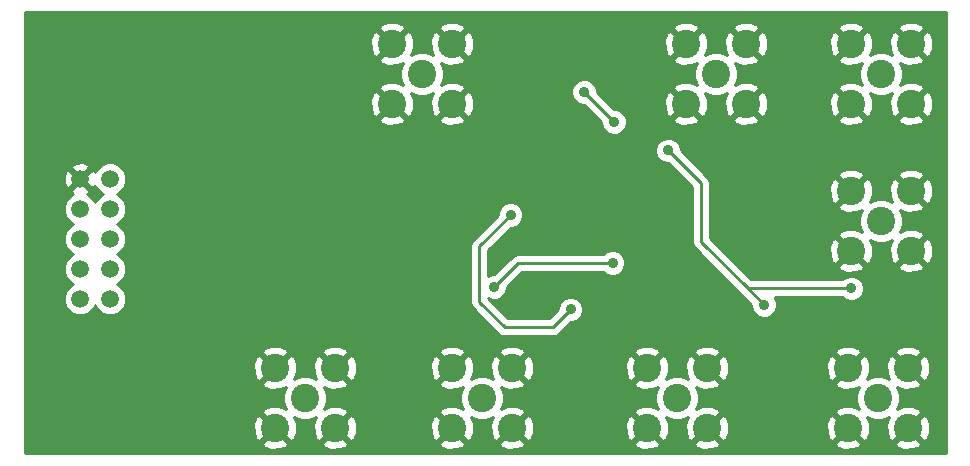
<source format=gbl>
G04 (created by PCBNEW (2013-may-18)-stable) date 2014年01月29日 星期三 11时55分50秒*
%MOIN*%
G04 Gerber Fmt 3.4, Leading zero omitted, Abs format*
%FSLAX34Y34*%
G01*
G70*
G90*
G04 APERTURE LIST*
%ADD10C,0.00590551*%
%ADD11C,0.0593*%
%ADD12C,0.0944882*%
%ADD13C,0.035*%
%ADD14C,0.01*%
G04 APERTURE END LIST*
G54D10*
G54D11*
X45350Y-43250D03*
X44350Y-43250D03*
X45350Y-42250D03*
X44350Y-42250D03*
X45350Y-41250D03*
X44350Y-41250D03*
X45350Y-40250D03*
X44350Y-40250D03*
X45350Y-39250D03*
X44350Y-39250D03*
G54D12*
X70950Y-46550D03*
X69950Y-47550D03*
X69950Y-45550D03*
X71950Y-45550D03*
X71950Y-47550D03*
X71050Y-40650D03*
X70050Y-41650D03*
X70050Y-39650D03*
X72050Y-39650D03*
X72050Y-41650D03*
X64250Y-46550D03*
X63250Y-47550D03*
X63250Y-45550D03*
X65250Y-45550D03*
X65250Y-47550D03*
X71050Y-35750D03*
X70050Y-36750D03*
X70050Y-34750D03*
X72050Y-34750D03*
X72050Y-36750D03*
X65550Y-35750D03*
X64550Y-36750D03*
X64550Y-34750D03*
X66550Y-34750D03*
X66550Y-36750D03*
X55750Y-35750D03*
X54750Y-36750D03*
X54750Y-34750D03*
X56750Y-34750D03*
X56750Y-36750D03*
X51850Y-46550D03*
X50850Y-47550D03*
X50850Y-45550D03*
X52850Y-45550D03*
X52850Y-47550D03*
X57750Y-46550D03*
X56750Y-47550D03*
X56750Y-45550D03*
X58750Y-45550D03*
X58750Y-47550D03*
G54D13*
X62100Y-42050D03*
X58150Y-42850D03*
X62150Y-37350D03*
X61150Y-36350D03*
X70050Y-42900D03*
X67150Y-43450D03*
X63950Y-38300D03*
X58700Y-40450D03*
X60700Y-43600D03*
X62204Y-45275D03*
X61417Y-46062D03*
X60629Y-34645D03*
X59448Y-35826D03*
X55050Y-43600D03*
X56025Y-42625D03*
X66275Y-44375D03*
G54D14*
X58950Y-42050D02*
X62100Y-42050D01*
X58150Y-42850D02*
X58950Y-42050D01*
X61150Y-36350D02*
X62150Y-37350D01*
X66600Y-42900D02*
X70050Y-42900D01*
X66600Y-42900D02*
X67150Y-43450D01*
X65050Y-41350D02*
X66600Y-42900D01*
X65050Y-39400D02*
X65050Y-41350D01*
X63950Y-38300D02*
X65050Y-39400D01*
X57650Y-41500D02*
X58700Y-40450D01*
X57650Y-43350D02*
X57650Y-41500D01*
X58500Y-44200D02*
X57650Y-43350D01*
X60100Y-44200D02*
X58500Y-44200D01*
X60700Y-43600D02*
X60100Y-44200D01*
X61417Y-46062D02*
X62204Y-45275D01*
X59448Y-35826D02*
X60629Y-34645D01*
X56025Y-42625D02*
X55050Y-43600D01*
G54D10*
G36*
X73200Y-33700D02*
X73200Y-34023D01*
X72172Y-34023D01*
X70172Y-34023D01*
X66672Y-34023D01*
X64672Y-34023D01*
X56872Y-34023D01*
X54872Y-34023D01*
X54585Y-34031D01*
X54358Y-34126D01*
X54310Y-34239D01*
X54380Y-34310D01*
X54239Y-34310D01*
X54126Y-34358D01*
X54023Y-34627D01*
X54031Y-34914D01*
X54126Y-35141D01*
X54239Y-35189D01*
X54679Y-34750D01*
X54239Y-34310D01*
X54380Y-34310D01*
X54750Y-34679D01*
X55189Y-34239D01*
X55141Y-34126D01*
X54872Y-34023D01*
X56872Y-34023D01*
X56585Y-34031D01*
X56358Y-34126D01*
X56310Y-34239D01*
X56380Y-34310D01*
X56239Y-34310D01*
X56126Y-34358D01*
X56023Y-34627D01*
X56031Y-34914D01*
X56117Y-35120D01*
X55894Y-35027D01*
X55606Y-35027D01*
X55381Y-35120D01*
X55476Y-34872D01*
X55468Y-34585D01*
X55373Y-34358D01*
X55260Y-34310D01*
X54820Y-34750D01*
X54826Y-34755D01*
X54755Y-34826D01*
X54750Y-34820D01*
X54310Y-35260D01*
X54358Y-35373D01*
X54627Y-35476D01*
X54914Y-35468D01*
X55120Y-35382D01*
X55027Y-35605D01*
X55027Y-35893D01*
X55120Y-36118D01*
X54872Y-36023D01*
X54585Y-36031D01*
X54358Y-36126D01*
X54310Y-36239D01*
X54380Y-36310D01*
X54239Y-36310D01*
X54126Y-36358D01*
X54023Y-36627D01*
X54031Y-36914D01*
X54126Y-37141D01*
X54239Y-37189D01*
X54679Y-36750D01*
X54239Y-36310D01*
X54380Y-36310D01*
X54750Y-36679D01*
X54755Y-36673D01*
X54826Y-36744D01*
X54820Y-36750D01*
X54891Y-36820D01*
X54750Y-36820D01*
X54310Y-37260D01*
X54358Y-37373D01*
X54627Y-37476D01*
X54914Y-37468D01*
X55141Y-37373D01*
X55189Y-37260D01*
X54750Y-36820D01*
X54891Y-36820D01*
X55260Y-37189D01*
X55373Y-37141D01*
X55476Y-36872D01*
X55468Y-36585D01*
X55382Y-36379D01*
X55605Y-36472D01*
X55893Y-36472D01*
X56118Y-36379D01*
X56023Y-36627D01*
X56031Y-36914D01*
X56126Y-37141D01*
X56239Y-37189D01*
X56679Y-36750D01*
X56673Y-36744D01*
X56744Y-36673D01*
X56750Y-36679D01*
X57189Y-36239D01*
X57141Y-36126D01*
X56872Y-36023D01*
X56585Y-36031D01*
X56379Y-36117D01*
X56472Y-35894D01*
X56472Y-35606D01*
X56379Y-35381D01*
X56627Y-35476D01*
X56914Y-35468D01*
X57141Y-35373D01*
X57189Y-35260D01*
X56750Y-34820D01*
X56744Y-34826D01*
X56673Y-34755D01*
X56679Y-34750D01*
X56239Y-34310D01*
X56380Y-34310D01*
X56750Y-34679D01*
X57189Y-34239D01*
X57141Y-34126D01*
X56872Y-34023D01*
X64672Y-34023D01*
X64385Y-34031D01*
X64158Y-34126D01*
X64110Y-34239D01*
X64180Y-34310D01*
X64039Y-34310D01*
X57260Y-34310D01*
X56820Y-34750D01*
X57260Y-35189D01*
X57373Y-35141D01*
X57476Y-34872D01*
X57468Y-34585D01*
X57373Y-34358D01*
X57260Y-34310D01*
X64039Y-34310D01*
X63926Y-34358D01*
X63823Y-34627D01*
X63831Y-34914D01*
X63926Y-35141D01*
X64039Y-35189D01*
X64479Y-34750D01*
X64039Y-34310D01*
X64180Y-34310D01*
X64550Y-34679D01*
X64989Y-34239D01*
X64941Y-34126D01*
X64672Y-34023D01*
X66672Y-34023D01*
X66385Y-34031D01*
X66158Y-34126D01*
X66110Y-34239D01*
X66180Y-34310D01*
X66039Y-34310D01*
X65926Y-34358D01*
X65823Y-34627D01*
X65831Y-34914D01*
X65917Y-35120D01*
X65694Y-35027D01*
X65406Y-35027D01*
X65181Y-35120D01*
X65276Y-34872D01*
X65268Y-34585D01*
X65173Y-34358D01*
X65060Y-34310D01*
X64620Y-34750D01*
X64626Y-34755D01*
X64555Y-34826D01*
X64550Y-34820D01*
X64110Y-35260D01*
X64158Y-35373D01*
X64427Y-35476D01*
X64714Y-35468D01*
X64920Y-35382D01*
X64827Y-35605D01*
X64827Y-35893D01*
X64840Y-35924D01*
X61065Y-35924D01*
X60909Y-35989D01*
X60789Y-36108D01*
X60725Y-36265D01*
X60725Y-36310D01*
X57260Y-36310D01*
X56820Y-36750D01*
X56891Y-36820D01*
X56750Y-36820D01*
X56310Y-37260D01*
X56358Y-37373D01*
X56627Y-37476D01*
X56914Y-37468D01*
X57141Y-37373D01*
X57189Y-37260D01*
X56750Y-36820D01*
X56891Y-36820D01*
X57260Y-37189D01*
X57373Y-37141D01*
X57476Y-36872D01*
X57468Y-36585D01*
X57373Y-36358D01*
X57260Y-36310D01*
X60725Y-36310D01*
X60724Y-36434D01*
X60789Y-36590D01*
X60908Y-36710D01*
X61065Y-36774D01*
X61150Y-36775D01*
X61725Y-37349D01*
X61724Y-37434D01*
X61789Y-37590D01*
X61908Y-37710D01*
X62065Y-37774D01*
X62234Y-37775D01*
X62390Y-37710D01*
X62510Y-37591D01*
X62574Y-37434D01*
X62575Y-37265D01*
X62510Y-37109D01*
X62391Y-36989D01*
X62234Y-36925D01*
X62149Y-36924D01*
X61574Y-36350D01*
X61575Y-36265D01*
X61510Y-36109D01*
X61391Y-35989D01*
X61234Y-35925D01*
X61065Y-35924D01*
X64840Y-35924D01*
X64920Y-36118D01*
X64672Y-36023D01*
X64385Y-36031D01*
X64158Y-36126D01*
X64110Y-36239D01*
X64180Y-36310D01*
X64039Y-36310D01*
X63926Y-36358D01*
X63823Y-36627D01*
X63831Y-36914D01*
X63926Y-37141D01*
X64039Y-37189D01*
X64479Y-36750D01*
X64039Y-36310D01*
X64180Y-36310D01*
X64550Y-36679D01*
X64555Y-36673D01*
X64626Y-36744D01*
X64620Y-36750D01*
X64691Y-36820D01*
X64550Y-36820D01*
X64110Y-37260D01*
X64158Y-37373D01*
X64427Y-37476D01*
X64714Y-37468D01*
X64941Y-37373D01*
X64989Y-37260D01*
X64550Y-36820D01*
X64691Y-36820D01*
X65060Y-37189D01*
X65173Y-37141D01*
X65276Y-36872D01*
X65268Y-36585D01*
X65182Y-36379D01*
X65405Y-36472D01*
X65693Y-36472D01*
X65918Y-36379D01*
X65823Y-36627D01*
X65831Y-36914D01*
X65926Y-37141D01*
X66039Y-37189D01*
X66479Y-36750D01*
X66473Y-36744D01*
X66544Y-36673D01*
X66550Y-36679D01*
X66989Y-36239D01*
X66941Y-36126D01*
X66672Y-36023D01*
X66385Y-36031D01*
X66179Y-36117D01*
X66272Y-35894D01*
X66272Y-35606D01*
X66179Y-35381D01*
X66427Y-35476D01*
X66714Y-35468D01*
X66941Y-35373D01*
X66989Y-35260D01*
X66550Y-34820D01*
X66544Y-34826D01*
X66473Y-34755D01*
X66479Y-34750D01*
X66039Y-34310D01*
X66180Y-34310D01*
X66550Y-34679D01*
X66989Y-34239D01*
X66941Y-34126D01*
X66672Y-34023D01*
X70172Y-34023D01*
X69885Y-34031D01*
X69658Y-34126D01*
X69610Y-34239D01*
X69680Y-34310D01*
X69539Y-34310D01*
X67060Y-34310D01*
X66620Y-34750D01*
X67060Y-35189D01*
X67173Y-35141D01*
X67276Y-34872D01*
X67268Y-34585D01*
X67173Y-34358D01*
X67060Y-34310D01*
X69539Y-34310D01*
X69426Y-34358D01*
X69323Y-34627D01*
X69331Y-34914D01*
X69426Y-35141D01*
X69539Y-35189D01*
X69979Y-34750D01*
X69539Y-34310D01*
X69680Y-34310D01*
X70050Y-34679D01*
X70489Y-34239D01*
X70441Y-34126D01*
X70172Y-34023D01*
X72172Y-34023D01*
X71885Y-34031D01*
X71658Y-34126D01*
X71610Y-34239D01*
X71680Y-34310D01*
X71539Y-34310D01*
X71426Y-34358D01*
X71323Y-34627D01*
X71331Y-34914D01*
X71417Y-35120D01*
X71194Y-35027D01*
X70906Y-35027D01*
X70681Y-35120D01*
X70776Y-34872D01*
X70768Y-34585D01*
X70673Y-34358D01*
X70560Y-34310D01*
X70120Y-34750D01*
X70126Y-34755D01*
X70055Y-34826D01*
X70050Y-34820D01*
X69610Y-35260D01*
X69658Y-35373D01*
X69927Y-35476D01*
X70214Y-35468D01*
X70420Y-35382D01*
X70327Y-35605D01*
X70327Y-35893D01*
X70420Y-36118D01*
X70172Y-36023D01*
X69885Y-36031D01*
X69658Y-36126D01*
X69610Y-36239D01*
X69680Y-36310D01*
X69539Y-36310D01*
X67060Y-36310D01*
X66620Y-36750D01*
X66691Y-36820D01*
X66550Y-36820D01*
X66110Y-37260D01*
X66158Y-37373D01*
X66427Y-37476D01*
X66714Y-37468D01*
X66941Y-37373D01*
X66989Y-37260D01*
X66550Y-36820D01*
X66691Y-36820D01*
X67060Y-37189D01*
X67173Y-37141D01*
X67276Y-36872D01*
X67268Y-36585D01*
X67173Y-36358D01*
X67060Y-36310D01*
X69539Y-36310D01*
X69426Y-36358D01*
X69323Y-36627D01*
X69331Y-36914D01*
X69426Y-37141D01*
X69539Y-37189D01*
X69979Y-36750D01*
X69539Y-36310D01*
X69680Y-36310D01*
X70050Y-36679D01*
X70055Y-36673D01*
X70126Y-36744D01*
X70120Y-36750D01*
X70191Y-36820D01*
X70050Y-36820D01*
X69610Y-37260D01*
X69658Y-37373D01*
X69927Y-37476D01*
X70214Y-37468D01*
X70441Y-37373D01*
X70489Y-37260D01*
X70050Y-36820D01*
X70191Y-36820D01*
X70560Y-37189D01*
X70673Y-37141D01*
X70776Y-36872D01*
X70768Y-36585D01*
X70682Y-36379D01*
X70905Y-36472D01*
X71193Y-36472D01*
X71418Y-36379D01*
X71323Y-36627D01*
X71331Y-36914D01*
X71426Y-37141D01*
X71539Y-37189D01*
X71979Y-36750D01*
X71973Y-36744D01*
X72044Y-36673D01*
X72050Y-36679D01*
X72489Y-36239D01*
X72441Y-36126D01*
X72172Y-36023D01*
X71885Y-36031D01*
X71679Y-36117D01*
X71772Y-35894D01*
X71772Y-35606D01*
X71679Y-35381D01*
X71927Y-35476D01*
X72214Y-35468D01*
X72441Y-35373D01*
X72489Y-35260D01*
X72050Y-34820D01*
X72044Y-34826D01*
X71973Y-34755D01*
X71979Y-34750D01*
X71539Y-34310D01*
X71680Y-34310D01*
X72050Y-34679D01*
X72489Y-34239D01*
X72441Y-34126D01*
X72172Y-34023D01*
X73200Y-34023D01*
X73200Y-34310D01*
X72560Y-34310D01*
X72120Y-34750D01*
X72560Y-35189D01*
X72673Y-35141D01*
X72776Y-34872D01*
X72768Y-34585D01*
X72673Y-34358D01*
X72560Y-34310D01*
X73200Y-34310D01*
X73200Y-36310D01*
X72560Y-36310D01*
X72120Y-36750D01*
X72191Y-36820D01*
X72050Y-36820D01*
X71610Y-37260D01*
X71658Y-37373D01*
X71927Y-37476D01*
X72214Y-37468D01*
X72441Y-37373D01*
X72489Y-37260D01*
X72050Y-36820D01*
X72191Y-36820D01*
X72560Y-37189D01*
X72673Y-37141D01*
X72776Y-36872D01*
X72768Y-36585D01*
X72673Y-36358D01*
X72560Y-36310D01*
X73200Y-36310D01*
X73200Y-37874D01*
X63865Y-37874D01*
X63709Y-37939D01*
X63589Y-38058D01*
X63525Y-38215D01*
X63524Y-38384D01*
X63589Y-38540D01*
X63708Y-38660D01*
X63801Y-38698D01*
X44430Y-38698D01*
X44213Y-38709D01*
X44064Y-38771D01*
X44037Y-38866D01*
X44108Y-38937D01*
X43966Y-38937D01*
X43871Y-38964D01*
X43798Y-39169D01*
X43809Y-39386D01*
X43871Y-39535D01*
X43966Y-39562D01*
X44279Y-39250D01*
X43966Y-38937D01*
X44108Y-38937D01*
X44350Y-39179D01*
X44662Y-38866D01*
X44635Y-38771D01*
X44430Y-38698D01*
X63801Y-38698D01*
X63813Y-38703D01*
X45241Y-38703D01*
X45040Y-38786D01*
X44886Y-38940D01*
X44852Y-39022D01*
X44828Y-38964D01*
X44733Y-38937D01*
X44420Y-39250D01*
X44733Y-39562D01*
X44828Y-39535D01*
X44850Y-39472D01*
X44886Y-39559D01*
X45040Y-39713D01*
X45129Y-39749D01*
X45040Y-39786D01*
X44886Y-39940D01*
X44850Y-40029D01*
X44813Y-39940D01*
X44659Y-39786D01*
X44577Y-39752D01*
X44635Y-39728D01*
X44662Y-39633D01*
X44350Y-39320D01*
X44037Y-39633D01*
X44064Y-39728D01*
X44127Y-39750D01*
X44040Y-39786D01*
X43886Y-39940D01*
X43803Y-40140D01*
X43803Y-40358D01*
X43886Y-40559D01*
X44040Y-40713D01*
X44129Y-40749D01*
X44040Y-40786D01*
X43886Y-40940D01*
X43803Y-41140D01*
X43803Y-41358D01*
X43886Y-41559D01*
X44040Y-41713D01*
X44129Y-41749D01*
X44040Y-41786D01*
X43886Y-41940D01*
X43803Y-42140D01*
X43803Y-42358D01*
X43886Y-42559D01*
X44040Y-42713D01*
X44129Y-42749D01*
X44040Y-42786D01*
X43886Y-42940D01*
X43803Y-43140D01*
X43803Y-43358D01*
X43886Y-43559D01*
X44040Y-43713D01*
X44240Y-43796D01*
X44458Y-43796D01*
X44659Y-43713D01*
X44813Y-43559D01*
X44849Y-43470D01*
X44886Y-43559D01*
X45040Y-43713D01*
X45240Y-43796D01*
X45458Y-43796D01*
X45659Y-43713D01*
X45813Y-43559D01*
X45896Y-43359D01*
X45896Y-43141D01*
X45813Y-42940D01*
X45659Y-42786D01*
X45570Y-42750D01*
X45659Y-42713D01*
X45813Y-42559D01*
X45896Y-42359D01*
X45896Y-42141D01*
X45813Y-41940D01*
X45659Y-41786D01*
X45570Y-41750D01*
X45659Y-41713D01*
X45813Y-41559D01*
X45896Y-41359D01*
X45896Y-41141D01*
X45813Y-40940D01*
X45659Y-40786D01*
X45570Y-40750D01*
X45659Y-40713D01*
X45813Y-40559D01*
X45896Y-40359D01*
X45896Y-40141D01*
X45813Y-39940D01*
X45659Y-39786D01*
X45570Y-39750D01*
X45659Y-39713D01*
X45813Y-39559D01*
X45896Y-39359D01*
X45896Y-39141D01*
X45813Y-38940D01*
X45659Y-38786D01*
X45459Y-38703D01*
X45241Y-38703D01*
X63813Y-38703D01*
X63865Y-38724D01*
X63950Y-38725D01*
X64750Y-39524D01*
X64750Y-40024D01*
X58615Y-40024D01*
X58459Y-40089D01*
X58339Y-40208D01*
X58275Y-40365D01*
X58274Y-40450D01*
X57437Y-41287D01*
X57372Y-41385D01*
X57350Y-41500D01*
X57350Y-43350D01*
X57372Y-43464D01*
X57437Y-43562D01*
X58287Y-44412D01*
X58385Y-44477D01*
X58500Y-44500D01*
X60100Y-44500D01*
X60214Y-44477D01*
X60312Y-44412D01*
X60699Y-44025D01*
X60784Y-44025D01*
X60940Y-43960D01*
X61060Y-43841D01*
X61124Y-43684D01*
X61125Y-43515D01*
X61060Y-43359D01*
X60941Y-43239D01*
X60784Y-43175D01*
X60615Y-43174D01*
X60459Y-43239D01*
X60339Y-43358D01*
X60275Y-43515D01*
X60274Y-43600D01*
X59975Y-43900D01*
X58624Y-43900D01*
X57952Y-43228D01*
X58065Y-43274D01*
X58234Y-43275D01*
X58390Y-43210D01*
X58510Y-43091D01*
X58574Y-42934D01*
X58575Y-42849D01*
X59074Y-42350D01*
X61798Y-42350D01*
X61858Y-42410D01*
X62015Y-42474D01*
X62184Y-42475D01*
X62340Y-42410D01*
X62460Y-42291D01*
X62524Y-42134D01*
X62525Y-41965D01*
X62460Y-41809D01*
X62341Y-41689D01*
X62184Y-41625D01*
X62015Y-41624D01*
X61859Y-41689D01*
X61798Y-41750D01*
X58950Y-41750D01*
X58949Y-41750D01*
X58835Y-41772D01*
X58737Y-41837D01*
X58737Y-41837D01*
X58150Y-42425D01*
X58065Y-42424D01*
X57950Y-42472D01*
X57950Y-41624D01*
X58699Y-40875D01*
X58784Y-40875D01*
X58940Y-40810D01*
X59060Y-40691D01*
X59124Y-40534D01*
X59125Y-40365D01*
X59060Y-40209D01*
X58941Y-40089D01*
X58784Y-40025D01*
X58615Y-40024D01*
X64750Y-40024D01*
X64750Y-41350D01*
X64772Y-41464D01*
X64837Y-41562D01*
X66387Y-43112D01*
X66387Y-43112D01*
X66725Y-43449D01*
X66724Y-43534D01*
X66789Y-43690D01*
X66908Y-43810D01*
X67065Y-43874D01*
X67234Y-43875D01*
X67390Y-43810D01*
X67510Y-43691D01*
X67574Y-43534D01*
X67575Y-43365D01*
X67510Y-43209D01*
X67500Y-43200D01*
X69748Y-43200D01*
X69808Y-43260D01*
X69965Y-43324D01*
X70134Y-43325D01*
X70290Y-43260D01*
X70410Y-43141D01*
X70474Y-42984D01*
X70475Y-42815D01*
X70410Y-42659D01*
X70291Y-42539D01*
X70134Y-42475D01*
X69965Y-42474D01*
X69809Y-42539D01*
X69748Y-42600D01*
X66724Y-42600D01*
X65350Y-41225D01*
X65350Y-39400D01*
X65349Y-39400D01*
X65327Y-39285D01*
X65327Y-39285D01*
X65262Y-39187D01*
X64374Y-38300D01*
X64375Y-38215D01*
X64310Y-38059D01*
X64191Y-37939D01*
X64034Y-37875D01*
X63865Y-37874D01*
X73200Y-37874D01*
X73200Y-38923D01*
X72172Y-38923D01*
X70172Y-38923D01*
X69885Y-38931D01*
X69658Y-39026D01*
X69610Y-39139D01*
X69680Y-39210D01*
X69539Y-39210D01*
X69426Y-39258D01*
X69323Y-39527D01*
X69331Y-39814D01*
X69426Y-40041D01*
X69539Y-40089D01*
X69979Y-39650D01*
X69539Y-39210D01*
X69680Y-39210D01*
X70050Y-39579D01*
X70489Y-39139D01*
X70441Y-39026D01*
X70172Y-38923D01*
X72172Y-38923D01*
X71885Y-38931D01*
X71658Y-39026D01*
X71610Y-39139D01*
X71680Y-39210D01*
X71539Y-39210D01*
X71426Y-39258D01*
X71323Y-39527D01*
X71331Y-39814D01*
X71417Y-40020D01*
X71194Y-39927D01*
X70906Y-39927D01*
X70681Y-40020D01*
X70776Y-39772D01*
X70768Y-39485D01*
X70673Y-39258D01*
X70560Y-39210D01*
X70120Y-39650D01*
X70126Y-39655D01*
X70055Y-39726D01*
X70050Y-39720D01*
X69610Y-40160D01*
X69658Y-40273D01*
X69927Y-40376D01*
X70214Y-40368D01*
X70420Y-40282D01*
X70327Y-40505D01*
X70327Y-40793D01*
X70420Y-41018D01*
X70172Y-40923D01*
X69885Y-40931D01*
X69658Y-41026D01*
X69610Y-41139D01*
X69680Y-41210D01*
X69539Y-41210D01*
X69426Y-41258D01*
X69323Y-41527D01*
X69331Y-41814D01*
X69426Y-42041D01*
X69539Y-42089D01*
X69979Y-41650D01*
X69539Y-41210D01*
X69680Y-41210D01*
X70050Y-41579D01*
X70055Y-41573D01*
X70126Y-41644D01*
X70120Y-41650D01*
X70191Y-41720D01*
X70050Y-41720D01*
X69610Y-42160D01*
X69658Y-42273D01*
X69927Y-42376D01*
X70214Y-42368D01*
X70441Y-42273D01*
X70489Y-42160D01*
X70050Y-41720D01*
X70191Y-41720D01*
X70560Y-42089D01*
X70673Y-42041D01*
X70776Y-41772D01*
X70768Y-41485D01*
X70682Y-41279D01*
X70905Y-41372D01*
X71193Y-41372D01*
X71418Y-41279D01*
X71323Y-41527D01*
X71331Y-41814D01*
X71426Y-42041D01*
X71539Y-42089D01*
X71979Y-41650D01*
X71973Y-41644D01*
X72044Y-41573D01*
X72050Y-41579D01*
X72489Y-41139D01*
X72441Y-41026D01*
X72172Y-40923D01*
X71885Y-40931D01*
X71679Y-41017D01*
X71772Y-40794D01*
X71772Y-40506D01*
X71679Y-40281D01*
X71927Y-40376D01*
X72214Y-40368D01*
X72441Y-40273D01*
X72489Y-40160D01*
X72050Y-39720D01*
X72044Y-39726D01*
X71973Y-39655D01*
X71979Y-39650D01*
X71539Y-39210D01*
X71680Y-39210D01*
X72050Y-39579D01*
X72489Y-39139D01*
X72441Y-39026D01*
X72172Y-38923D01*
X73200Y-38923D01*
X73200Y-39210D01*
X72560Y-39210D01*
X72120Y-39650D01*
X72560Y-40089D01*
X72673Y-40041D01*
X72776Y-39772D01*
X72768Y-39485D01*
X72673Y-39258D01*
X72560Y-39210D01*
X73200Y-39210D01*
X73200Y-41210D01*
X72560Y-41210D01*
X72120Y-41650D01*
X72191Y-41720D01*
X72050Y-41720D01*
X71610Y-42160D01*
X71658Y-42273D01*
X71927Y-42376D01*
X72214Y-42368D01*
X72441Y-42273D01*
X72489Y-42160D01*
X72050Y-41720D01*
X72191Y-41720D01*
X72560Y-42089D01*
X72673Y-42041D01*
X72776Y-41772D01*
X72768Y-41485D01*
X72673Y-41258D01*
X72560Y-41210D01*
X73200Y-41210D01*
X73200Y-44823D01*
X72072Y-44823D01*
X70072Y-44823D01*
X65372Y-44823D01*
X63372Y-44823D01*
X58872Y-44823D01*
X56872Y-44823D01*
X52972Y-44823D01*
X50972Y-44823D01*
X50685Y-44831D01*
X50458Y-44926D01*
X50410Y-45039D01*
X50480Y-45110D01*
X50339Y-45110D01*
X50226Y-45158D01*
X50123Y-45427D01*
X50131Y-45714D01*
X50226Y-45941D01*
X50339Y-45989D01*
X50779Y-45550D01*
X50339Y-45110D01*
X50480Y-45110D01*
X50850Y-45479D01*
X51289Y-45039D01*
X51241Y-44926D01*
X50972Y-44823D01*
X52972Y-44823D01*
X52685Y-44831D01*
X52458Y-44926D01*
X52410Y-45039D01*
X52480Y-45110D01*
X52339Y-45110D01*
X52226Y-45158D01*
X52123Y-45427D01*
X52131Y-45714D01*
X52217Y-45920D01*
X51994Y-45827D01*
X51706Y-45827D01*
X51481Y-45920D01*
X51576Y-45672D01*
X51568Y-45385D01*
X51473Y-45158D01*
X51360Y-45110D01*
X50920Y-45550D01*
X50926Y-45555D01*
X50855Y-45626D01*
X50850Y-45620D01*
X50410Y-46060D01*
X50458Y-46173D01*
X50727Y-46276D01*
X51014Y-46268D01*
X51220Y-46182D01*
X51127Y-46405D01*
X51127Y-46693D01*
X51220Y-46918D01*
X50972Y-46823D01*
X50685Y-46831D01*
X50458Y-46926D01*
X50410Y-47039D01*
X50480Y-47110D01*
X50339Y-47110D01*
X50226Y-47158D01*
X50123Y-47427D01*
X50131Y-47714D01*
X50226Y-47941D01*
X50339Y-47989D01*
X50779Y-47550D01*
X50339Y-47110D01*
X50480Y-47110D01*
X50850Y-47479D01*
X50855Y-47473D01*
X50926Y-47544D01*
X50920Y-47550D01*
X50991Y-47620D01*
X50850Y-47620D01*
X50410Y-48060D01*
X50458Y-48173D01*
X50727Y-48276D01*
X51014Y-48268D01*
X51241Y-48173D01*
X51289Y-48060D01*
X50850Y-47620D01*
X50991Y-47620D01*
X51360Y-47989D01*
X51473Y-47941D01*
X51576Y-47672D01*
X51568Y-47385D01*
X51482Y-47179D01*
X51705Y-47272D01*
X51993Y-47272D01*
X52218Y-47179D01*
X52123Y-47427D01*
X52131Y-47714D01*
X52226Y-47941D01*
X52339Y-47989D01*
X52779Y-47550D01*
X52773Y-47544D01*
X52844Y-47473D01*
X52850Y-47479D01*
X53289Y-47039D01*
X53241Y-46926D01*
X52972Y-46823D01*
X52685Y-46831D01*
X52479Y-46917D01*
X52572Y-46694D01*
X52572Y-46406D01*
X52479Y-46181D01*
X52727Y-46276D01*
X53014Y-46268D01*
X53241Y-46173D01*
X53289Y-46060D01*
X52850Y-45620D01*
X52844Y-45626D01*
X52773Y-45555D01*
X52779Y-45550D01*
X52339Y-45110D01*
X52480Y-45110D01*
X52850Y-45479D01*
X53289Y-45039D01*
X53241Y-44926D01*
X52972Y-44823D01*
X56872Y-44823D01*
X56585Y-44831D01*
X56358Y-44926D01*
X56310Y-45039D01*
X56380Y-45110D01*
X56239Y-45110D01*
X53360Y-45110D01*
X52920Y-45550D01*
X53360Y-45989D01*
X53473Y-45941D01*
X53576Y-45672D01*
X53568Y-45385D01*
X53473Y-45158D01*
X53360Y-45110D01*
X56239Y-45110D01*
X56126Y-45158D01*
X56023Y-45427D01*
X56031Y-45714D01*
X56126Y-45941D01*
X56239Y-45989D01*
X56679Y-45550D01*
X56239Y-45110D01*
X56380Y-45110D01*
X56750Y-45479D01*
X57189Y-45039D01*
X57141Y-44926D01*
X56872Y-44823D01*
X58872Y-44823D01*
X58585Y-44831D01*
X58358Y-44926D01*
X58310Y-45039D01*
X58380Y-45110D01*
X58239Y-45110D01*
X58126Y-45158D01*
X58023Y-45427D01*
X58031Y-45714D01*
X58117Y-45920D01*
X57894Y-45827D01*
X57606Y-45827D01*
X57381Y-45920D01*
X57476Y-45672D01*
X57468Y-45385D01*
X57373Y-45158D01*
X57260Y-45110D01*
X56820Y-45550D01*
X56826Y-45555D01*
X56755Y-45626D01*
X56750Y-45620D01*
X56310Y-46060D01*
X56358Y-46173D01*
X56627Y-46276D01*
X56914Y-46268D01*
X57120Y-46182D01*
X57027Y-46405D01*
X57027Y-46693D01*
X57120Y-46918D01*
X56872Y-46823D01*
X56585Y-46831D01*
X56358Y-46926D01*
X56310Y-47039D01*
X56380Y-47110D01*
X56239Y-47110D01*
X53360Y-47110D01*
X52920Y-47550D01*
X52991Y-47620D01*
X52850Y-47620D01*
X52410Y-48060D01*
X52458Y-48173D01*
X52727Y-48276D01*
X53014Y-48268D01*
X53241Y-48173D01*
X53289Y-48060D01*
X52850Y-47620D01*
X52991Y-47620D01*
X53360Y-47989D01*
X53473Y-47941D01*
X53576Y-47672D01*
X53568Y-47385D01*
X53473Y-47158D01*
X53360Y-47110D01*
X56239Y-47110D01*
X56126Y-47158D01*
X56023Y-47427D01*
X56031Y-47714D01*
X56126Y-47941D01*
X56239Y-47989D01*
X56679Y-47550D01*
X56239Y-47110D01*
X56380Y-47110D01*
X56750Y-47479D01*
X56755Y-47473D01*
X56826Y-47544D01*
X56820Y-47550D01*
X56891Y-47620D01*
X56750Y-47620D01*
X56310Y-48060D01*
X56358Y-48173D01*
X56627Y-48276D01*
X56914Y-48268D01*
X57141Y-48173D01*
X57189Y-48060D01*
X56750Y-47620D01*
X56891Y-47620D01*
X57260Y-47989D01*
X57373Y-47941D01*
X57476Y-47672D01*
X57468Y-47385D01*
X57382Y-47179D01*
X57605Y-47272D01*
X57893Y-47272D01*
X58118Y-47179D01*
X58023Y-47427D01*
X58031Y-47714D01*
X58126Y-47941D01*
X58239Y-47989D01*
X58679Y-47550D01*
X58673Y-47544D01*
X58744Y-47473D01*
X58750Y-47479D01*
X59189Y-47039D01*
X59141Y-46926D01*
X58872Y-46823D01*
X58585Y-46831D01*
X58379Y-46917D01*
X58472Y-46694D01*
X58472Y-46406D01*
X58379Y-46181D01*
X58627Y-46276D01*
X58914Y-46268D01*
X59141Y-46173D01*
X59189Y-46060D01*
X58750Y-45620D01*
X58744Y-45626D01*
X58673Y-45555D01*
X58679Y-45550D01*
X58239Y-45110D01*
X58380Y-45110D01*
X58750Y-45479D01*
X59189Y-45039D01*
X59141Y-44926D01*
X58872Y-44823D01*
X63372Y-44823D01*
X63085Y-44831D01*
X62858Y-44926D01*
X62810Y-45039D01*
X62880Y-45110D01*
X62739Y-45110D01*
X59260Y-45110D01*
X58820Y-45550D01*
X59260Y-45989D01*
X59373Y-45941D01*
X59476Y-45672D01*
X59468Y-45385D01*
X59373Y-45158D01*
X59260Y-45110D01*
X62739Y-45110D01*
X62626Y-45158D01*
X62523Y-45427D01*
X62531Y-45714D01*
X62626Y-45941D01*
X62739Y-45989D01*
X63179Y-45550D01*
X62739Y-45110D01*
X62880Y-45110D01*
X63250Y-45479D01*
X63689Y-45039D01*
X63641Y-44926D01*
X63372Y-44823D01*
X65372Y-44823D01*
X65085Y-44831D01*
X64858Y-44926D01*
X64810Y-45039D01*
X64880Y-45110D01*
X64739Y-45110D01*
X64626Y-45158D01*
X64523Y-45427D01*
X64531Y-45714D01*
X64617Y-45920D01*
X64394Y-45827D01*
X64106Y-45827D01*
X63881Y-45920D01*
X63976Y-45672D01*
X63968Y-45385D01*
X63873Y-45158D01*
X63760Y-45110D01*
X63320Y-45550D01*
X63326Y-45555D01*
X63255Y-45626D01*
X63250Y-45620D01*
X62810Y-46060D01*
X62858Y-46173D01*
X63127Y-46276D01*
X63414Y-46268D01*
X63620Y-46182D01*
X63527Y-46405D01*
X63527Y-46693D01*
X63620Y-46918D01*
X63372Y-46823D01*
X63085Y-46831D01*
X62858Y-46926D01*
X62810Y-47039D01*
X62880Y-47110D01*
X62739Y-47110D01*
X59260Y-47110D01*
X58820Y-47550D01*
X58891Y-47620D01*
X58750Y-47620D01*
X58310Y-48060D01*
X58358Y-48173D01*
X58627Y-48276D01*
X58914Y-48268D01*
X59141Y-48173D01*
X59189Y-48060D01*
X58750Y-47620D01*
X58891Y-47620D01*
X59260Y-47989D01*
X59373Y-47941D01*
X59476Y-47672D01*
X59468Y-47385D01*
X59373Y-47158D01*
X59260Y-47110D01*
X62739Y-47110D01*
X62626Y-47158D01*
X62523Y-47427D01*
X62531Y-47714D01*
X62626Y-47941D01*
X62739Y-47989D01*
X63179Y-47550D01*
X62739Y-47110D01*
X62880Y-47110D01*
X63250Y-47479D01*
X63255Y-47473D01*
X63326Y-47544D01*
X63320Y-47550D01*
X63391Y-47620D01*
X63250Y-47620D01*
X62810Y-48060D01*
X62858Y-48173D01*
X63127Y-48276D01*
X63414Y-48268D01*
X63641Y-48173D01*
X63689Y-48060D01*
X63250Y-47620D01*
X63391Y-47620D01*
X63760Y-47989D01*
X63873Y-47941D01*
X63976Y-47672D01*
X63968Y-47385D01*
X63882Y-47179D01*
X64105Y-47272D01*
X64393Y-47272D01*
X64618Y-47179D01*
X64523Y-47427D01*
X64531Y-47714D01*
X64626Y-47941D01*
X64739Y-47989D01*
X65179Y-47550D01*
X65173Y-47544D01*
X65244Y-47473D01*
X65250Y-47479D01*
X65689Y-47039D01*
X65641Y-46926D01*
X65372Y-46823D01*
X65085Y-46831D01*
X64879Y-46917D01*
X64972Y-46694D01*
X64972Y-46406D01*
X64879Y-46181D01*
X65127Y-46276D01*
X65414Y-46268D01*
X65641Y-46173D01*
X65689Y-46060D01*
X65250Y-45620D01*
X65244Y-45626D01*
X65173Y-45555D01*
X65179Y-45550D01*
X64739Y-45110D01*
X64880Y-45110D01*
X65250Y-45479D01*
X65689Y-45039D01*
X65641Y-44926D01*
X65372Y-44823D01*
X70072Y-44823D01*
X69785Y-44831D01*
X69558Y-44926D01*
X69510Y-45039D01*
X69580Y-45110D01*
X69439Y-45110D01*
X65760Y-45110D01*
X65320Y-45550D01*
X65760Y-45989D01*
X65873Y-45941D01*
X65976Y-45672D01*
X65968Y-45385D01*
X65873Y-45158D01*
X65760Y-45110D01*
X69439Y-45110D01*
X69326Y-45158D01*
X69223Y-45427D01*
X69231Y-45714D01*
X69326Y-45941D01*
X69439Y-45989D01*
X69879Y-45550D01*
X69439Y-45110D01*
X69580Y-45110D01*
X69950Y-45479D01*
X70389Y-45039D01*
X70341Y-44926D01*
X70072Y-44823D01*
X72072Y-44823D01*
X71785Y-44831D01*
X71558Y-44926D01*
X71510Y-45039D01*
X71580Y-45110D01*
X71439Y-45110D01*
X71326Y-45158D01*
X71223Y-45427D01*
X71231Y-45714D01*
X71317Y-45920D01*
X71094Y-45827D01*
X70806Y-45827D01*
X70581Y-45920D01*
X70676Y-45672D01*
X70668Y-45385D01*
X70573Y-45158D01*
X70460Y-45110D01*
X70020Y-45550D01*
X70026Y-45555D01*
X69955Y-45626D01*
X69950Y-45620D01*
X69510Y-46060D01*
X69558Y-46173D01*
X69827Y-46276D01*
X70114Y-46268D01*
X70320Y-46182D01*
X70227Y-46405D01*
X70227Y-46693D01*
X70320Y-46918D01*
X70072Y-46823D01*
X69785Y-46831D01*
X69558Y-46926D01*
X69510Y-47039D01*
X69580Y-47110D01*
X69439Y-47110D01*
X65760Y-47110D01*
X65320Y-47550D01*
X65391Y-47620D01*
X65250Y-47620D01*
X64810Y-48060D01*
X64858Y-48173D01*
X65127Y-48276D01*
X65414Y-48268D01*
X65641Y-48173D01*
X65689Y-48060D01*
X65250Y-47620D01*
X65391Y-47620D01*
X65760Y-47989D01*
X65873Y-47941D01*
X65976Y-47672D01*
X65968Y-47385D01*
X65873Y-47158D01*
X65760Y-47110D01*
X69439Y-47110D01*
X69326Y-47158D01*
X69223Y-47427D01*
X69231Y-47714D01*
X69326Y-47941D01*
X69439Y-47989D01*
X69879Y-47550D01*
X69439Y-47110D01*
X69580Y-47110D01*
X69950Y-47479D01*
X69955Y-47473D01*
X70026Y-47544D01*
X70020Y-47550D01*
X70091Y-47620D01*
X69950Y-47620D01*
X69510Y-48060D01*
X69558Y-48173D01*
X69827Y-48276D01*
X70114Y-48268D01*
X70341Y-48173D01*
X70389Y-48060D01*
X69950Y-47620D01*
X70091Y-47620D01*
X70460Y-47989D01*
X70573Y-47941D01*
X70676Y-47672D01*
X70668Y-47385D01*
X70582Y-47179D01*
X70805Y-47272D01*
X71093Y-47272D01*
X71318Y-47179D01*
X71223Y-47427D01*
X71231Y-47714D01*
X71326Y-47941D01*
X71439Y-47989D01*
X71879Y-47550D01*
X71873Y-47544D01*
X71944Y-47473D01*
X71950Y-47479D01*
X72389Y-47039D01*
X72341Y-46926D01*
X72072Y-46823D01*
X71785Y-46831D01*
X71579Y-46917D01*
X71672Y-46694D01*
X71672Y-46406D01*
X71579Y-46181D01*
X71827Y-46276D01*
X72114Y-46268D01*
X72341Y-46173D01*
X72389Y-46060D01*
X71950Y-45620D01*
X71944Y-45626D01*
X71873Y-45555D01*
X71879Y-45550D01*
X71439Y-45110D01*
X71580Y-45110D01*
X71950Y-45479D01*
X72389Y-45039D01*
X72341Y-44926D01*
X72072Y-44823D01*
X73200Y-44823D01*
X73200Y-45110D01*
X72460Y-45110D01*
X72020Y-45550D01*
X72460Y-45989D01*
X72573Y-45941D01*
X72676Y-45672D01*
X72668Y-45385D01*
X72573Y-45158D01*
X72460Y-45110D01*
X73200Y-45110D01*
X73200Y-47110D01*
X72460Y-47110D01*
X72020Y-47550D01*
X72091Y-47620D01*
X71950Y-47620D01*
X71510Y-48060D01*
X71558Y-48173D01*
X71827Y-48276D01*
X72114Y-48268D01*
X72341Y-48173D01*
X72389Y-48060D01*
X71950Y-47620D01*
X72091Y-47620D01*
X72460Y-47989D01*
X72573Y-47941D01*
X72676Y-47672D01*
X72668Y-47385D01*
X72573Y-47158D01*
X72460Y-47110D01*
X73200Y-47110D01*
X73200Y-48400D01*
X42500Y-48400D01*
X42500Y-33700D01*
X73200Y-33700D01*
X73200Y-33700D01*
G37*
G54D14*
X73200Y-33700D02*
X73200Y-34023D01*
X72172Y-34023D01*
X70172Y-34023D01*
X66672Y-34023D01*
X64672Y-34023D01*
X56872Y-34023D01*
X54872Y-34023D01*
X54585Y-34031D01*
X54358Y-34126D01*
X54310Y-34239D01*
X54380Y-34310D01*
X54239Y-34310D01*
X54126Y-34358D01*
X54023Y-34627D01*
X54031Y-34914D01*
X54126Y-35141D01*
X54239Y-35189D01*
X54679Y-34750D01*
X54239Y-34310D01*
X54380Y-34310D01*
X54750Y-34679D01*
X55189Y-34239D01*
X55141Y-34126D01*
X54872Y-34023D01*
X56872Y-34023D01*
X56585Y-34031D01*
X56358Y-34126D01*
X56310Y-34239D01*
X56380Y-34310D01*
X56239Y-34310D01*
X56126Y-34358D01*
X56023Y-34627D01*
X56031Y-34914D01*
X56117Y-35120D01*
X55894Y-35027D01*
X55606Y-35027D01*
X55381Y-35120D01*
X55476Y-34872D01*
X55468Y-34585D01*
X55373Y-34358D01*
X55260Y-34310D01*
X54820Y-34750D01*
X54826Y-34755D01*
X54755Y-34826D01*
X54750Y-34820D01*
X54310Y-35260D01*
X54358Y-35373D01*
X54627Y-35476D01*
X54914Y-35468D01*
X55120Y-35382D01*
X55027Y-35605D01*
X55027Y-35893D01*
X55120Y-36118D01*
X54872Y-36023D01*
X54585Y-36031D01*
X54358Y-36126D01*
X54310Y-36239D01*
X54380Y-36310D01*
X54239Y-36310D01*
X54126Y-36358D01*
X54023Y-36627D01*
X54031Y-36914D01*
X54126Y-37141D01*
X54239Y-37189D01*
X54679Y-36750D01*
X54239Y-36310D01*
X54380Y-36310D01*
X54750Y-36679D01*
X54755Y-36673D01*
X54826Y-36744D01*
X54820Y-36750D01*
X54891Y-36820D01*
X54750Y-36820D01*
X54310Y-37260D01*
X54358Y-37373D01*
X54627Y-37476D01*
X54914Y-37468D01*
X55141Y-37373D01*
X55189Y-37260D01*
X54750Y-36820D01*
X54891Y-36820D01*
X55260Y-37189D01*
X55373Y-37141D01*
X55476Y-36872D01*
X55468Y-36585D01*
X55382Y-36379D01*
X55605Y-36472D01*
X55893Y-36472D01*
X56118Y-36379D01*
X56023Y-36627D01*
X56031Y-36914D01*
X56126Y-37141D01*
X56239Y-37189D01*
X56679Y-36750D01*
X56673Y-36744D01*
X56744Y-36673D01*
X56750Y-36679D01*
X57189Y-36239D01*
X57141Y-36126D01*
X56872Y-36023D01*
X56585Y-36031D01*
X56379Y-36117D01*
X56472Y-35894D01*
X56472Y-35606D01*
X56379Y-35381D01*
X56627Y-35476D01*
X56914Y-35468D01*
X57141Y-35373D01*
X57189Y-35260D01*
X56750Y-34820D01*
X56744Y-34826D01*
X56673Y-34755D01*
X56679Y-34750D01*
X56239Y-34310D01*
X56380Y-34310D01*
X56750Y-34679D01*
X57189Y-34239D01*
X57141Y-34126D01*
X56872Y-34023D01*
X64672Y-34023D01*
X64385Y-34031D01*
X64158Y-34126D01*
X64110Y-34239D01*
X64180Y-34310D01*
X64039Y-34310D01*
X57260Y-34310D01*
X56820Y-34750D01*
X57260Y-35189D01*
X57373Y-35141D01*
X57476Y-34872D01*
X57468Y-34585D01*
X57373Y-34358D01*
X57260Y-34310D01*
X64039Y-34310D01*
X63926Y-34358D01*
X63823Y-34627D01*
X63831Y-34914D01*
X63926Y-35141D01*
X64039Y-35189D01*
X64479Y-34750D01*
X64039Y-34310D01*
X64180Y-34310D01*
X64550Y-34679D01*
X64989Y-34239D01*
X64941Y-34126D01*
X64672Y-34023D01*
X66672Y-34023D01*
X66385Y-34031D01*
X66158Y-34126D01*
X66110Y-34239D01*
X66180Y-34310D01*
X66039Y-34310D01*
X65926Y-34358D01*
X65823Y-34627D01*
X65831Y-34914D01*
X65917Y-35120D01*
X65694Y-35027D01*
X65406Y-35027D01*
X65181Y-35120D01*
X65276Y-34872D01*
X65268Y-34585D01*
X65173Y-34358D01*
X65060Y-34310D01*
X64620Y-34750D01*
X64626Y-34755D01*
X64555Y-34826D01*
X64550Y-34820D01*
X64110Y-35260D01*
X64158Y-35373D01*
X64427Y-35476D01*
X64714Y-35468D01*
X64920Y-35382D01*
X64827Y-35605D01*
X64827Y-35893D01*
X64840Y-35924D01*
X61065Y-35924D01*
X60909Y-35989D01*
X60789Y-36108D01*
X60725Y-36265D01*
X60725Y-36310D01*
X57260Y-36310D01*
X56820Y-36750D01*
X56891Y-36820D01*
X56750Y-36820D01*
X56310Y-37260D01*
X56358Y-37373D01*
X56627Y-37476D01*
X56914Y-37468D01*
X57141Y-37373D01*
X57189Y-37260D01*
X56750Y-36820D01*
X56891Y-36820D01*
X57260Y-37189D01*
X57373Y-37141D01*
X57476Y-36872D01*
X57468Y-36585D01*
X57373Y-36358D01*
X57260Y-36310D01*
X60725Y-36310D01*
X60724Y-36434D01*
X60789Y-36590D01*
X60908Y-36710D01*
X61065Y-36774D01*
X61150Y-36775D01*
X61725Y-37349D01*
X61724Y-37434D01*
X61789Y-37590D01*
X61908Y-37710D01*
X62065Y-37774D01*
X62234Y-37775D01*
X62390Y-37710D01*
X62510Y-37591D01*
X62574Y-37434D01*
X62575Y-37265D01*
X62510Y-37109D01*
X62391Y-36989D01*
X62234Y-36925D01*
X62149Y-36924D01*
X61574Y-36350D01*
X61575Y-36265D01*
X61510Y-36109D01*
X61391Y-35989D01*
X61234Y-35925D01*
X61065Y-35924D01*
X64840Y-35924D01*
X64920Y-36118D01*
X64672Y-36023D01*
X64385Y-36031D01*
X64158Y-36126D01*
X64110Y-36239D01*
X64180Y-36310D01*
X64039Y-36310D01*
X63926Y-36358D01*
X63823Y-36627D01*
X63831Y-36914D01*
X63926Y-37141D01*
X64039Y-37189D01*
X64479Y-36750D01*
X64039Y-36310D01*
X64180Y-36310D01*
X64550Y-36679D01*
X64555Y-36673D01*
X64626Y-36744D01*
X64620Y-36750D01*
X64691Y-36820D01*
X64550Y-36820D01*
X64110Y-37260D01*
X64158Y-37373D01*
X64427Y-37476D01*
X64714Y-37468D01*
X64941Y-37373D01*
X64989Y-37260D01*
X64550Y-36820D01*
X64691Y-36820D01*
X65060Y-37189D01*
X65173Y-37141D01*
X65276Y-36872D01*
X65268Y-36585D01*
X65182Y-36379D01*
X65405Y-36472D01*
X65693Y-36472D01*
X65918Y-36379D01*
X65823Y-36627D01*
X65831Y-36914D01*
X65926Y-37141D01*
X66039Y-37189D01*
X66479Y-36750D01*
X66473Y-36744D01*
X66544Y-36673D01*
X66550Y-36679D01*
X66989Y-36239D01*
X66941Y-36126D01*
X66672Y-36023D01*
X66385Y-36031D01*
X66179Y-36117D01*
X66272Y-35894D01*
X66272Y-35606D01*
X66179Y-35381D01*
X66427Y-35476D01*
X66714Y-35468D01*
X66941Y-35373D01*
X66989Y-35260D01*
X66550Y-34820D01*
X66544Y-34826D01*
X66473Y-34755D01*
X66479Y-34750D01*
X66039Y-34310D01*
X66180Y-34310D01*
X66550Y-34679D01*
X66989Y-34239D01*
X66941Y-34126D01*
X66672Y-34023D01*
X70172Y-34023D01*
X69885Y-34031D01*
X69658Y-34126D01*
X69610Y-34239D01*
X69680Y-34310D01*
X69539Y-34310D01*
X67060Y-34310D01*
X66620Y-34750D01*
X67060Y-35189D01*
X67173Y-35141D01*
X67276Y-34872D01*
X67268Y-34585D01*
X67173Y-34358D01*
X67060Y-34310D01*
X69539Y-34310D01*
X69426Y-34358D01*
X69323Y-34627D01*
X69331Y-34914D01*
X69426Y-35141D01*
X69539Y-35189D01*
X69979Y-34750D01*
X69539Y-34310D01*
X69680Y-34310D01*
X70050Y-34679D01*
X70489Y-34239D01*
X70441Y-34126D01*
X70172Y-34023D01*
X72172Y-34023D01*
X71885Y-34031D01*
X71658Y-34126D01*
X71610Y-34239D01*
X71680Y-34310D01*
X71539Y-34310D01*
X71426Y-34358D01*
X71323Y-34627D01*
X71331Y-34914D01*
X71417Y-35120D01*
X71194Y-35027D01*
X70906Y-35027D01*
X70681Y-35120D01*
X70776Y-34872D01*
X70768Y-34585D01*
X70673Y-34358D01*
X70560Y-34310D01*
X70120Y-34750D01*
X70126Y-34755D01*
X70055Y-34826D01*
X70050Y-34820D01*
X69610Y-35260D01*
X69658Y-35373D01*
X69927Y-35476D01*
X70214Y-35468D01*
X70420Y-35382D01*
X70327Y-35605D01*
X70327Y-35893D01*
X70420Y-36118D01*
X70172Y-36023D01*
X69885Y-36031D01*
X69658Y-36126D01*
X69610Y-36239D01*
X69680Y-36310D01*
X69539Y-36310D01*
X67060Y-36310D01*
X66620Y-36750D01*
X66691Y-36820D01*
X66550Y-36820D01*
X66110Y-37260D01*
X66158Y-37373D01*
X66427Y-37476D01*
X66714Y-37468D01*
X66941Y-37373D01*
X66989Y-37260D01*
X66550Y-36820D01*
X66691Y-36820D01*
X67060Y-37189D01*
X67173Y-37141D01*
X67276Y-36872D01*
X67268Y-36585D01*
X67173Y-36358D01*
X67060Y-36310D01*
X69539Y-36310D01*
X69426Y-36358D01*
X69323Y-36627D01*
X69331Y-36914D01*
X69426Y-37141D01*
X69539Y-37189D01*
X69979Y-36750D01*
X69539Y-36310D01*
X69680Y-36310D01*
X70050Y-36679D01*
X70055Y-36673D01*
X70126Y-36744D01*
X70120Y-36750D01*
X70191Y-36820D01*
X70050Y-36820D01*
X69610Y-37260D01*
X69658Y-37373D01*
X69927Y-37476D01*
X70214Y-37468D01*
X70441Y-37373D01*
X70489Y-37260D01*
X70050Y-36820D01*
X70191Y-36820D01*
X70560Y-37189D01*
X70673Y-37141D01*
X70776Y-36872D01*
X70768Y-36585D01*
X70682Y-36379D01*
X70905Y-36472D01*
X71193Y-36472D01*
X71418Y-36379D01*
X71323Y-36627D01*
X71331Y-36914D01*
X71426Y-37141D01*
X71539Y-37189D01*
X71979Y-36750D01*
X71973Y-36744D01*
X72044Y-36673D01*
X72050Y-36679D01*
X72489Y-36239D01*
X72441Y-36126D01*
X72172Y-36023D01*
X71885Y-36031D01*
X71679Y-36117D01*
X71772Y-35894D01*
X71772Y-35606D01*
X71679Y-35381D01*
X71927Y-35476D01*
X72214Y-35468D01*
X72441Y-35373D01*
X72489Y-35260D01*
X72050Y-34820D01*
X72044Y-34826D01*
X71973Y-34755D01*
X71979Y-34750D01*
X71539Y-34310D01*
X71680Y-34310D01*
X72050Y-34679D01*
X72489Y-34239D01*
X72441Y-34126D01*
X72172Y-34023D01*
X73200Y-34023D01*
X73200Y-34310D01*
X72560Y-34310D01*
X72120Y-34750D01*
X72560Y-35189D01*
X72673Y-35141D01*
X72776Y-34872D01*
X72768Y-34585D01*
X72673Y-34358D01*
X72560Y-34310D01*
X73200Y-34310D01*
X73200Y-36310D01*
X72560Y-36310D01*
X72120Y-36750D01*
X72191Y-36820D01*
X72050Y-36820D01*
X71610Y-37260D01*
X71658Y-37373D01*
X71927Y-37476D01*
X72214Y-37468D01*
X72441Y-37373D01*
X72489Y-37260D01*
X72050Y-36820D01*
X72191Y-36820D01*
X72560Y-37189D01*
X72673Y-37141D01*
X72776Y-36872D01*
X72768Y-36585D01*
X72673Y-36358D01*
X72560Y-36310D01*
X73200Y-36310D01*
X73200Y-37874D01*
X63865Y-37874D01*
X63709Y-37939D01*
X63589Y-38058D01*
X63525Y-38215D01*
X63524Y-38384D01*
X63589Y-38540D01*
X63708Y-38660D01*
X63801Y-38698D01*
X44430Y-38698D01*
X44213Y-38709D01*
X44064Y-38771D01*
X44037Y-38866D01*
X44108Y-38937D01*
X43966Y-38937D01*
X43871Y-38964D01*
X43798Y-39169D01*
X43809Y-39386D01*
X43871Y-39535D01*
X43966Y-39562D01*
X44279Y-39250D01*
X43966Y-38937D01*
X44108Y-38937D01*
X44350Y-39179D01*
X44662Y-38866D01*
X44635Y-38771D01*
X44430Y-38698D01*
X63801Y-38698D01*
X63813Y-38703D01*
X45241Y-38703D01*
X45040Y-38786D01*
X44886Y-38940D01*
X44852Y-39022D01*
X44828Y-38964D01*
X44733Y-38937D01*
X44420Y-39250D01*
X44733Y-39562D01*
X44828Y-39535D01*
X44850Y-39472D01*
X44886Y-39559D01*
X45040Y-39713D01*
X45129Y-39749D01*
X45040Y-39786D01*
X44886Y-39940D01*
X44850Y-40029D01*
X44813Y-39940D01*
X44659Y-39786D01*
X44577Y-39752D01*
X44635Y-39728D01*
X44662Y-39633D01*
X44350Y-39320D01*
X44037Y-39633D01*
X44064Y-39728D01*
X44127Y-39750D01*
X44040Y-39786D01*
X43886Y-39940D01*
X43803Y-40140D01*
X43803Y-40358D01*
X43886Y-40559D01*
X44040Y-40713D01*
X44129Y-40749D01*
X44040Y-40786D01*
X43886Y-40940D01*
X43803Y-41140D01*
X43803Y-41358D01*
X43886Y-41559D01*
X44040Y-41713D01*
X44129Y-41749D01*
X44040Y-41786D01*
X43886Y-41940D01*
X43803Y-42140D01*
X43803Y-42358D01*
X43886Y-42559D01*
X44040Y-42713D01*
X44129Y-42749D01*
X44040Y-42786D01*
X43886Y-42940D01*
X43803Y-43140D01*
X43803Y-43358D01*
X43886Y-43559D01*
X44040Y-43713D01*
X44240Y-43796D01*
X44458Y-43796D01*
X44659Y-43713D01*
X44813Y-43559D01*
X44849Y-43470D01*
X44886Y-43559D01*
X45040Y-43713D01*
X45240Y-43796D01*
X45458Y-43796D01*
X45659Y-43713D01*
X45813Y-43559D01*
X45896Y-43359D01*
X45896Y-43141D01*
X45813Y-42940D01*
X45659Y-42786D01*
X45570Y-42750D01*
X45659Y-42713D01*
X45813Y-42559D01*
X45896Y-42359D01*
X45896Y-42141D01*
X45813Y-41940D01*
X45659Y-41786D01*
X45570Y-41750D01*
X45659Y-41713D01*
X45813Y-41559D01*
X45896Y-41359D01*
X45896Y-41141D01*
X45813Y-40940D01*
X45659Y-40786D01*
X45570Y-40750D01*
X45659Y-40713D01*
X45813Y-40559D01*
X45896Y-40359D01*
X45896Y-40141D01*
X45813Y-39940D01*
X45659Y-39786D01*
X45570Y-39750D01*
X45659Y-39713D01*
X45813Y-39559D01*
X45896Y-39359D01*
X45896Y-39141D01*
X45813Y-38940D01*
X45659Y-38786D01*
X45459Y-38703D01*
X45241Y-38703D01*
X63813Y-38703D01*
X63865Y-38724D01*
X63950Y-38725D01*
X64750Y-39524D01*
X64750Y-40024D01*
X58615Y-40024D01*
X58459Y-40089D01*
X58339Y-40208D01*
X58275Y-40365D01*
X58274Y-40450D01*
X57437Y-41287D01*
X57372Y-41385D01*
X57350Y-41500D01*
X57350Y-43350D01*
X57372Y-43464D01*
X57437Y-43562D01*
X58287Y-44412D01*
X58385Y-44477D01*
X58500Y-44500D01*
X60100Y-44500D01*
X60214Y-44477D01*
X60312Y-44412D01*
X60699Y-44025D01*
X60784Y-44025D01*
X60940Y-43960D01*
X61060Y-43841D01*
X61124Y-43684D01*
X61125Y-43515D01*
X61060Y-43359D01*
X60941Y-43239D01*
X60784Y-43175D01*
X60615Y-43174D01*
X60459Y-43239D01*
X60339Y-43358D01*
X60275Y-43515D01*
X60274Y-43600D01*
X59975Y-43900D01*
X58624Y-43900D01*
X57952Y-43228D01*
X58065Y-43274D01*
X58234Y-43275D01*
X58390Y-43210D01*
X58510Y-43091D01*
X58574Y-42934D01*
X58575Y-42849D01*
X59074Y-42350D01*
X61798Y-42350D01*
X61858Y-42410D01*
X62015Y-42474D01*
X62184Y-42475D01*
X62340Y-42410D01*
X62460Y-42291D01*
X62524Y-42134D01*
X62525Y-41965D01*
X62460Y-41809D01*
X62341Y-41689D01*
X62184Y-41625D01*
X62015Y-41624D01*
X61859Y-41689D01*
X61798Y-41750D01*
X58950Y-41750D01*
X58949Y-41750D01*
X58835Y-41772D01*
X58737Y-41837D01*
X58737Y-41837D01*
X58150Y-42425D01*
X58065Y-42424D01*
X57950Y-42472D01*
X57950Y-41624D01*
X58699Y-40875D01*
X58784Y-40875D01*
X58940Y-40810D01*
X59060Y-40691D01*
X59124Y-40534D01*
X59125Y-40365D01*
X59060Y-40209D01*
X58941Y-40089D01*
X58784Y-40025D01*
X58615Y-40024D01*
X64750Y-40024D01*
X64750Y-41350D01*
X64772Y-41464D01*
X64837Y-41562D01*
X66387Y-43112D01*
X66387Y-43112D01*
X66725Y-43449D01*
X66724Y-43534D01*
X66789Y-43690D01*
X66908Y-43810D01*
X67065Y-43874D01*
X67234Y-43875D01*
X67390Y-43810D01*
X67510Y-43691D01*
X67574Y-43534D01*
X67575Y-43365D01*
X67510Y-43209D01*
X67500Y-43200D01*
X69748Y-43200D01*
X69808Y-43260D01*
X69965Y-43324D01*
X70134Y-43325D01*
X70290Y-43260D01*
X70410Y-43141D01*
X70474Y-42984D01*
X70475Y-42815D01*
X70410Y-42659D01*
X70291Y-42539D01*
X70134Y-42475D01*
X69965Y-42474D01*
X69809Y-42539D01*
X69748Y-42600D01*
X66724Y-42600D01*
X65350Y-41225D01*
X65350Y-39400D01*
X65349Y-39400D01*
X65327Y-39285D01*
X65327Y-39285D01*
X65262Y-39187D01*
X64374Y-38300D01*
X64375Y-38215D01*
X64310Y-38059D01*
X64191Y-37939D01*
X64034Y-37875D01*
X63865Y-37874D01*
X73200Y-37874D01*
X73200Y-38923D01*
X72172Y-38923D01*
X70172Y-38923D01*
X69885Y-38931D01*
X69658Y-39026D01*
X69610Y-39139D01*
X69680Y-39210D01*
X69539Y-39210D01*
X69426Y-39258D01*
X69323Y-39527D01*
X69331Y-39814D01*
X69426Y-40041D01*
X69539Y-40089D01*
X69979Y-39650D01*
X69539Y-39210D01*
X69680Y-39210D01*
X70050Y-39579D01*
X70489Y-39139D01*
X70441Y-39026D01*
X70172Y-38923D01*
X72172Y-38923D01*
X71885Y-38931D01*
X71658Y-39026D01*
X71610Y-39139D01*
X71680Y-39210D01*
X71539Y-39210D01*
X71426Y-39258D01*
X71323Y-39527D01*
X71331Y-39814D01*
X71417Y-40020D01*
X71194Y-39927D01*
X70906Y-39927D01*
X70681Y-40020D01*
X70776Y-39772D01*
X70768Y-39485D01*
X70673Y-39258D01*
X70560Y-39210D01*
X70120Y-39650D01*
X70126Y-39655D01*
X70055Y-39726D01*
X70050Y-39720D01*
X69610Y-40160D01*
X69658Y-40273D01*
X69927Y-40376D01*
X70214Y-40368D01*
X70420Y-40282D01*
X70327Y-40505D01*
X70327Y-40793D01*
X70420Y-41018D01*
X70172Y-40923D01*
X69885Y-40931D01*
X69658Y-41026D01*
X69610Y-41139D01*
X69680Y-41210D01*
X69539Y-41210D01*
X69426Y-41258D01*
X69323Y-41527D01*
X69331Y-41814D01*
X69426Y-42041D01*
X69539Y-42089D01*
X69979Y-41650D01*
X69539Y-41210D01*
X69680Y-41210D01*
X70050Y-41579D01*
X70055Y-41573D01*
X70126Y-41644D01*
X70120Y-41650D01*
X70191Y-41720D01*
X70050Y-41720D01*
X69610Y-42160D01*
X69658Y-42273D01*
X69927Y-42376D01*
X70214Y-42368D01*
X70441Y-42273D01*
X70489Y-42160D01*
X70050Y-41720D01*
X70191Y-41720D01*
X70560Y-42089D01*
X70673Y-42041D01*
X70776Y-41772D01*
X70768Y-41485D01*
X70682Y-41279D01*
X70905Y-41372D01*
X71193Y-41372D01*
X71418Y-41279D01*
X71323Y-41527D01*
X71331Y-41814D01*
X71426Y-42041D01*
X71539Y-42089D01*
X71979Y-41650D01*
X71973Y-41644D01*
X72044Y-41573D01*
X72050Y-41579D01*
X72489Y-41139D01*
X72441Y-41026D01*
X72172Y-40923D01*
X71885Y-40931D01*
X71679Y-41017D01*
X71772Y-40794D01*
X71772Y-40506D01*
X71679Y-40281D01*
X71927Y-40376D01*
X72214Y-40368D01*
X72441Y-40273D01*
X72489Y-40160D01*
X72050Y-39720D01*
X72044Y-39726D01*
X71973Y-39655D01*
X71979Y-39650D01*
X71539Y-39210D01*
X71680Y-39210D01*
X72050Y-39579D01*
X72489Y-39139D01*
X72441Y-39026D01*
X72172Y-38923D01*
X73200Y-38923D01*
X73200Y-39210D01*
X72560Y-39210D01*
X72120Y-39650D01*
X72560Y-40089D01*
X72673Y-40041D01*
X72776Y-39772D01*
X72768Y-39485D01*
X72673Y-39258D01*
X72560Y-39210D01*
X73200Y-39210D01*
X73200Y-41210D01*
X72560Y-41210D01*
X72120Y-41650D01*
X72191Y-41720D01*
X72050Y-41720D01*
X71610Y-42160D01*
X71658Y-42273D01*
X71927Y-42376D01*
X72214Y-42368D01*
X72441Y-42273D01*
X72489Y-42160D01*
X72050Y-41720D01*
X72191Y-41720D01*
X72560Y-42089D01*
X72673Y-42041D01*
X72776Y-41772D01*
X72768Y-41485D01*
X72673Y-41258D01*
X72560Y-41210D01*
X73200Y-41210D01*
X73200Y-44823D01*
X72072Y-44823D01*
X70072Y-44823D01*
X65372Y-44823D01*
X63372Y-44823D01*
X58872Y-44823D01*
X56872Y-44823D01*
X52972Y-44823D01*
X50972Y-44823D01*
X50685Y-44831D01*
X50458Y-44926D01*
X50410Y-45039D01*
X50480Y-45110D01*
X50339Y-45110D01*
X50226Y-45158D01*
X50123Y-45427D01*
X50131Y-45714D01*
X50226Y-45941D01*
X50339Y-45989D01*
X50779Y-45550D01*
X50339Y-45110D01*
X50480Y-45110D01*
X50850Y-45479D01*
X51289Y-45039D01*
X51241Y-44926D01*
X50972Y-44823D01*
X52972Y-44823D01*
X52685Y-44831D01*
X52458Y-44926D01*
X52410Y-45039D01*
X52480Y-45110D01*
X52339Y-45110D01*
X52226Y-45158D01*
X52123Y-45427D01*
X52131Y-45714D01*
X52217Y-45920D01*
X51994Y-45827D01*
X51706Y-45827D01*
X51481Y-45920D01*
X51576Y-45672D01*
X51568Y-45385D01*
X51473Y-45158D01*
X51360Y-45110D01*
X50920Y-45550D01*
X50926Y-45555D01*
X50855Y-45626D01*
X50850Y-45620D01*
X50410Y-46060D01*
X50458Y-46173D01*
X50727Y-46276D01*
X51014Y-46268D01*
X51220Y-46182D01*
X51127Y-46405D01*
X51127Y-46693D01*
X51220Y-46918D01*
X50972Y-46823D01*
X50685Y-46831D01*
X50458Y-46926D01*
X50410Y-47039D01*
X50480Y-47110D01*
X50339Y-47110D01*
X50226Y-47158D01*
X50123Y-47427D01*
X50131Y-47714D01*
X50226Y-47941D01*
X50339Y-47989D01*
X50779Y-47550D01*
X50339Y-47110D01*
X50480Y-47110D01*
X50850Y-47479D01*
X50855Y-47473D01*
X50926Y-47544D01*
X50920Y-47550D01*
X50991Y-47620D01*
X50850Y-47620D01*
X50410Y-48060D01*
X50458Y-48173D01*
X50727Y-48276D01*
X51014Y-48268D01*
X51241Y-48173D01*
X51289Y-48060D01*
X50850Y-47620D01*
X50991Y-47620D01*
X51360Y-47989D01*
X51473Y-47941D01*
X51576Y-47672D01*
X51568Y-47385D01*
X51482Y-47179D01*
X51705Y-47272D01*
X51993Y-47272D01*
X52218Y-47179D01*
X52123Y-47427D01*
X52131Y-47714D01*
X52226Y-47941D01*
X52339Y-47989D01*
X52779Y-47550D01*
X52773Y-47544D01*
X52844Y-47473D01*
X52850Y-47479D01*
X53289Y-47039D01*
X53241Y-46926D01*
X52972Y-46823D01*
X52685Y-46831D01*
X52479Y-46917D01*
X52572Y-46694D01*
X52572Y-46406D01*
X52479Y-46181D01*
X52727Y-46276D01*
X53014Y-46268D01*
X53241Y-46173D01*
X53289Y-46060D01*
X52850Y-45620D01*
X52844Y-45626D01*
X52773Y-45555D01*
X52779Y-45550D01*
X52339Y-45110D01*
X52480Y-45110D01*
X52850Y-45479D01*
X53289Y-45039D01*
X53241Y-44926D01*
X52972Y-44823D01*
X56872Y-44823D01*
X56585Y-44831D01*
X56358Y-44926D01*
X56310Y-45039D01*
X56380Y-45110D01*
X56239Y-45110D01*
X53360Y-45110D01*
X52920Y-45550D01*
X53360Y-45989D01*
X53473Y-45941D01*
X53576Y-45672D01*
X53568Y-45385D01*
X53473Y-45158D01*
X53360Y-45110D01*
X56239Y-45110D01*
X56126Y-45158D01*
X56023Y-45427D01*
X56031Y-45714D01*
X56126Y-45941D01*
X56239Y-45989D01*
X56679Y-45550D01*
X56239Y-45110D01*
X56380Y-45110D01*
X56750Y-45479D01*
X57189Y-45039D01*
X57141Y-44926D01*
X56872Y-44823D01*
X58872Y-44823D01*
X58585Y-44831D01*
X58358Y-44926D01*
X58310Y-45039D01*
X58380Y-45110D01*
X58239Y-45110D01*
X58126Y-45158D01*
X58023Y-45427D01*
X58031Y-45714D01*
X58117Y-45920D01*
X57894Y-45827D01*
X57606Y-45827D01*
X57381Y-45920D01*
X57476Y-45672D01*
X57468Y-45385D01*
X57373Y-45158D01*
X57260Y-45110D01*
X56820Y-45550D01*
X56826Y-45555D01*
X56755Y-45626D01*
X56750Y-45620D01*
X56310Y-46060D01*
X56358Y-46173D01*
X56627Y-46276D01*
X56914Y-46268D01*
X57120Y-46182D01*
X57027Y-46405D01*
X57027Y-46693D01*
X57120Y-46918D01*
X56872Y-46823D01*
X56585Y-46831D01*
X56358Y-46926D01*
X56310Y-47039D01*
X56380Y-47110D01*
X56239Y-47110D01*
X53360Y-47110D01*
X52920Y-47550D01*
X52991Y-47620D01*
X52850Y-47620D01*
X52410Y-48060D01*
X52458Y-48173D01*
X52727Y-48276D01*
X53014Y-48268D01*
X53241Y-48173D01*
X53289Y-48060D01*
X52850Y-47620D01*
X52991Y-47620D01*
X53360Y-47989D01*
X53473Y-47941D01*
X53576Y-47672D01*
X53568Y-47385D01*
X53473Y-47158D01*
X53360Y-47110D01*
X56239Y-47110D01*
X56126Y-47158D01*
X56023Y-47427D01*
X56031Y-47714D01*
X56126Y-47941D01*
X56239Y-47989D01*
X56679Y-47550D01*
X56239Y-47110D01*
X56380Y-47110D01*
X56750Y-47479D01*
X56755Y-47473D01*
X56826Y-47544D01*
X56820Y-47550D01*
X56891Y-47620D01*
X56750Y-47620D01*
X56310Y-48060D01*
X56358Y-48173D01*
X56627Y-48276D01*
X56914Y-48268D01*
X57141Y-48173D01*
X57189Y-48060D01*
X56750Y-47620D01*
X56891Y-47620D01*
X57260Y-47989D01*
X57373Y-47941D01*
X57476Y-47672D01*
X57468Y-47385D01*
X57382Y-47179D01*
X57605Y-47272D01*
X57893Y-47272D01*
X58118Y-47179D01*
X58023Y-47427D01*
X58031Y-47714D01*
X58126Y-47941D01*
X58239Y-47989D01*
X58679Y-47550D01*
X58673Y-47544D01*
X58744Y-47473D01*
X58750Y-47479D01*
X59189Y-47039D01*
X59141Y-46926D01*
X58872Y-46823D01*
X58585Y-46831D01*
X58379Y-46917D01*
X58472Y-46694D01*
X58472Y-46406D01*
X58379Y-46181D01*
X58627Y-46276D01*
X58914Y-46268D01*
X59141Y-46173D01*
X59189Y-46060D01*
X58750Y-45620D01*
X58744Y-45626D01*
X58673Y-45555D01*
X58679Y-45550D01*
X58239Y-45110D01*
X58380Y-45110D01*
X58750Y-45479D01*
X59189Y-45039D01*
X59141Y-44926D01*
X58872Y-44823D01*
X63372Y-44823D01*
X63085Y-44831D01*
X62858Y-44926D01*
X62810Y-45039D01*
X62880Y-45110D01*
X62739Y-45110D01*
X59260Y-45110D01*
X58820Y-45550D01*
X59260Y-45989D01*
X59373Y-45941D01*
X59476Y-45672D01*
X59468Y-45385D01*
X59373Y-45158D01*
X59260Y-45110D01*
X62739Y-45110D01*
X62626Y-45158D01*
X62523Y-45427D01*
X62531Y-45714D01*
X62626Y-45941D01*
X62739Y-45989D01*
X63179Y-45550D01*
X62739Y-45110D01*
X62880Y-45110D01*
X63250Y-45479D01*
X63689Y-45039D01*
X63641Y-44926D01*
X63372Y-44823D01*
X65372Y-44823D01*
X65085Y-44831D01*
X64858Y-44926D01*
X64810Y-45039D01*
X64880Y-45110D01*
X64739Y-45110D01*
X64626Y-45158D01*
X64523Y-45427D01*
X64531Y-45714D01*
X64617Y-45920D01*
X64394Y-45827D01*
X64106Y-45827D01*
X63881Y-45920D01*
X63976Y-45672D01*
X63968Y-45385D01*
X63873Y-45158D01*
X63760Y-45110D01*
X63320Y-45550D01*
X63326Y-45555D01*
X63255Y-45626D01*
X63250Y-45620D01*
X62810Y-46060D01*
X62858Y-46173D01*
X63127Y-46276D01*
X63414Y-46268D01*
X63620Y-46182D01*
X63527Y-46405D01*
X63527Y-46693D01*
X63620Y-46918D01*
X63372Y-46823D01*
X63085Y-46831D01*
X62858Y-46926D01*
X62810Y-47039D01*
X62880Y-47110D01*
X62739Y-47110D01*
X59260Y-47110D01*
X58820Y-47550D01*
X58891Y-47620D01*
X58750Y-47620D01*
X58310Y-48060D01*
X58358Y-48173D01*
X58627Y-48276D01*
X58914Y-48268D01*
X59141Y-48173D01*
X59189Y-48060D01*
X58750Y-47620D01*
X58891Y-47620D01*
X59260Y-47989D01*
X59373Y-47941D01*
X59476Y-47672D01*
X59468Y-47385D01*
X59373Y-47158D01*
X59260Y-47110D01*
X62739Y-47110D01*
X62626Y-47158D01*
X62523Y-47427D01*
X62531Y-47714D01*
X62626Y-47941D01*
X62739Y-47989D01*
X63179Y-47550D01*
X62739Y-47110D01*
X62880Y-47110D01*
X63250Y-47479D01*
X63255Y-47473D01*
X63326Y-47544D01*
X63320Y-47550D01*
X63391Y-47620D01*
X63250Y-47620D01*
X62810Y-48060D01*
X62858Y-48173D01*
X63127Y-48276D01*
X63414Y-48268D01*
X63641Y-48173D01*
X63689Y-48060D01*
X63250Y-47620D01*
X63391Y-47620D01*
X63760Y-47989D01*
X63873Y-47941D01*
X63976Y-47672D01*
X63968Y-47385D01*
X63882Y-47179D01*
X64105Y-47272D01*
X64393Y-47272D01*
X64618Y-47179D01*
X64523Y-47427D01*
X64531Y-47714D01*
X64626Y-47941D01*
X64739Y-47989D01*
X65179Y-47550D01*
X65173Y-47544D01*
X65244Y-47473D01*
X65250Y-47479D01*
X65689Y-47039D01*
X65641Y-46926D01*
X65372Y-46823D01*
X65085Y-46831D01*
X64879Y-46917D01*
X64972Y-46694D01*
X64972Y-46406D01*
X64879Y-46181D01*
X65127Y-46276D01*
X65414Y-46268D01*
X65641Y-46173D01*
X65689Y-46060D01*
X65250Y-45620D01*
X65244Y-45626D01*
X65173Y-45555D01*
X65179Y-45550D01*
X64739Y-45110D01*
X64880Y-45110D01*
X65250Y-45479D01*
X65689Y-45039D01*
X65641Y-44926D01*
X65372Y-44823D01*
X70072Y-44823D01*
X69785Y-44831D01*
X69558Y-44926D01*
X69510Y-45039D01*
X69580Y-45110D01*
X69439Y-45110D01*
X65760Y-45110D01*
X65320Y-45550D01*
X65760Y-45989D01*
X65873Y-45941D01*
X65976Y-45672D01*
X65968Y-45385D01*
X65873Y-45158D01*
X65760Y-45110D01*
X69439Y-45110D01*
X69326Y-45158D01*
X69223Y-45427D01*
X69231Y-45714D01*
X69326Y-45941D01*
X69439Y-45989D01*
X69879Y-45550D01*
X69439Y-45110D01*
X69580Y-45110D01*
X69950Y-45479D01*
X70389Y-45039D01*
X70341Y-44926D01*
X70072Y-44823D01*
X72072Y-44823D01*
X71785Y-44831D01*
X71558Y-44926D01*
X71510Y-45039D01*
X71580Y-45110D01*
X71439Y-45110D01*
X71326Y-45158D01*
X71223Y-45427D01*
X71231Y-45714D01*
X71317Y-45920D01*
X71094Y-45827D01*
X70806Y-45827D01*
X70581Y-45920D01*
X70676Y-45672D01*
X70668Y-45385D01*
X70573Y-45158D01*
X70460Y-45110D01*
X70020Y-45550D01*
X70026Y-45555D01*
X69955Y-45626D01*
X69950Y-45620D01*
X69510Y-46060D01*
X69558Y-46173D01*
X69827Y-46276D01*
X70114Y-46268D01*
X70320Y-46182D01*
X70227Y-46405D01*
X70227Y-46693D01*
X70320Y-46918D01*
X70072Y-46823D01*
X69785Y-46831D01*
X69558Y-46926D01*
X69510Y-47039D01*
X69580Y-47110D01*
X69439Y-47110D01*
X65760Y-47110D01*
X65320Y-47550D01*
X65391Y-47620D01*
X65250Y-47620D01*
X64810Y-48060D01*
X64858Y-48173D01*
X65127Y-48276D01*
X65414Y-48268D01*
X65641Y-48173D01*
X65689Y-48060D01*
X65250Y-47620D01*
X65391Y-47620D01*
X65760Y-47989D01*
X65873Y-47941D01*
X65976Y-47672D01*
X65968Y-47385D01*
X65873Y-47158D01*
X65760Y-47110D01*
X69439Y-47110D01*
X69326Y-47158D01*
X69223Y-47427D01*
X69231Y-47714D01*
X69326Y-47941D01*
X69439Y-47989D01*
X69879Y-47550D01*
X69439Y-47110D01*
X69580Y-47110D01*
X69950Y-47479D01*
X69955Y-47473D01*
X70026Y-47544D01*
X70020Y-47550D01*
X70091Y-47620D01*
X69950Y-47620D01*
X69510Y-48060D01*
X69558Y-48173D01*
X69827Y-48276D01*
X70114Y-48268D01*
X70341Y-48173D01*
X70389Y-48060D01*
X69950Y-47620D01*
X70091Y-47620D01*
X70460Y-47989D01*
X70573Y-47941D01*
X70676Y-47672D01*
X70668Y-47385D01*
X70582Y-47179D01*
X70805Y-47272D01*
X71093Y-47272D01*
X71318Y-47179D01*
X71223Y-47427D01*
X71231Y-47714D01*
X71326Y-47941D01*
X71439Y-47989D01*
X71879Y-47550D01*
X71873Y-47544D01*
X71944Y-47473D01*
X71950Y-47479D01*
X72389Y-47039D01*
X72341Y-46926D01*
X72072Y-46823D01*
X71785Y-46831D01*
X71579Y-46917D01*
X71672Y-46694D01*
X71672Y-46406D01*
X71579Y-46181D01*
X71827Y-46276D01*
X72114Y-46268D01*
X72341Y-46173D01*
X72389Y-46060D01*
X71950Y-45620D01*
X71944Y-45626D01*
X71873Y-45555D01*
X71879Y-45550D01*
X71439Y-45110D01*
X71580Y-45110D01*
X71950Y-45479D01*
X72389Y-45039D01*
X72341Y-44926D01*
X72072Y-44823D01*
X73200Y-44823D01*
X73200Y-45110D01*
X72460Y-45110D01*
X72020Y-45550D01*
X72460Y-45989D01*
X72573Y-45941D01*
X72676Y-45672D01*
X72668Y-45385D01*
X72573Y-45158D01*
X72460Y-45110D01*
X73200Y-45110D01*
X73200Y-47110D01*
X72460Y-47110D01*
X72020Y-47550D01*
X72091Y-47620D01*
X71950Y-47620D01*
X71510Y-48060D01*
X71558Y-48173D01*
X71827Y-48276D01*
X72114Y-48268D01*
X72341Y-48173D01*
X72389Y-48060D01*
X71950Y-47620D01*
X72091Y-47620D01*
X72460Y-47989D01*
X72573Y-47941D01*
X72676Y-47672D01*
X72668Y-47385D01*
X72573Y-47158D01*
X72460Y-47110D01*
X73200Y-47110D01*
X73200Y-48400D01*
X42500Y-48400D01*
X42500Y-33700D01*
X73200Y-33700D01*
M02*

</source>
